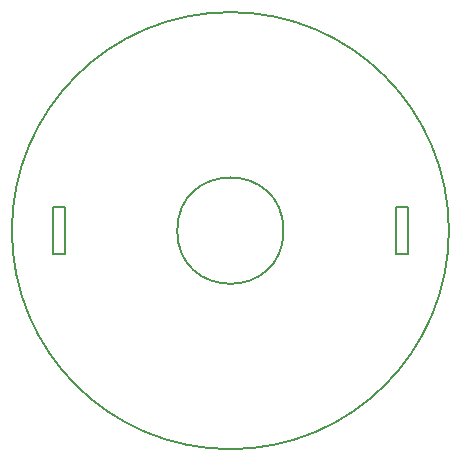
<source format=gbr>
G04 #@! TF.FileFunction,Profile,NP*
%FSLAX46Y46*%
G04 Gerber Fmt 4.6, Leading zero omitted, Abs format (unit mm)*
G04 Created by KiCad (PCBNEW 4.0.5) date 02/15/17 11:53:04*
%MOMM*%
%LPD*%
G01*
G04 APERTURE LIST*
%ADD10C,0.100000*%
%ADD11C,0.150000*%
G04 APERTURE END LIST*
D10*
D11*
X-15000000Y-2000000D02*
X-15000000Y2000000D01*
X-14000000Y-2000000D02*
X-15000000Y-2000000D01*
X-14000000Y2000000D02*
X-14000000Y-2000000D01*
X-15000000Y2000000D02*
X-14000000Y2000000D01*
X14000000Y2000000D02*
X15000000Y2000000D01*
X14000000Y-2000000D02*
X14000000Y2000000D01*
X15000000Y-2000000D02*
X14000000Y-2000000D01*
X15000000Y2000000D02*
X15000000Y-2000000D01*
X18500000Y0D02*
G75*
G03X18500000Y0I-18500000J0D01*
G01*
X4500000Y0D02*
G75*
G03X4500000Y0I-4500000J0D01*
G01*
M02*

</source>
